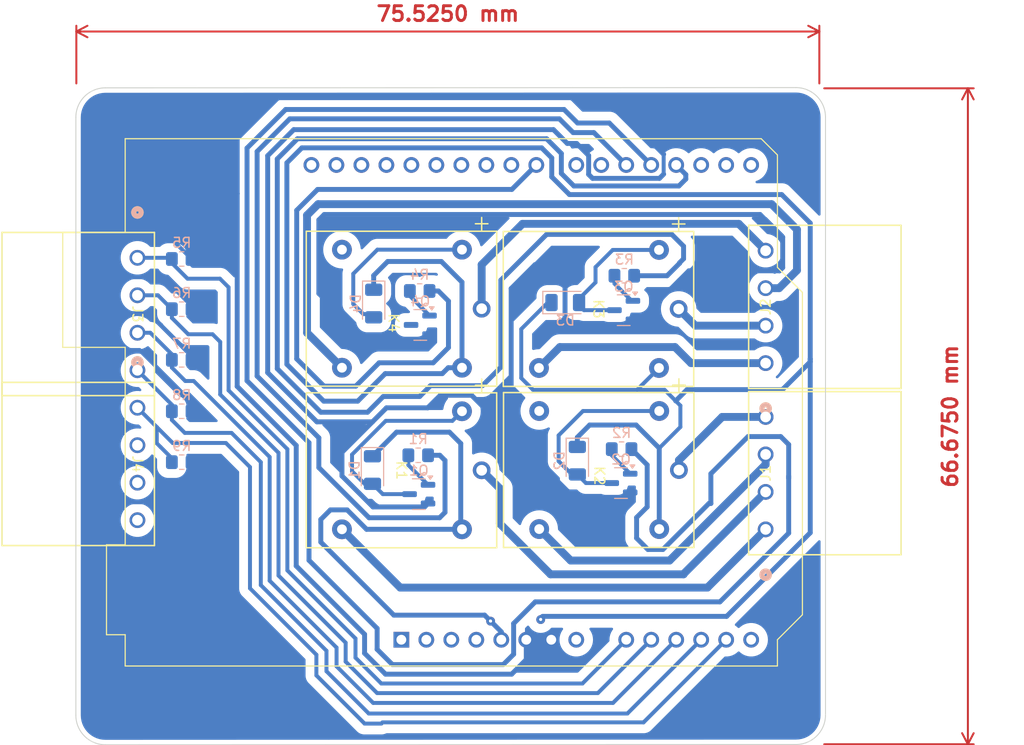
<source format=kicad_pcb>
(kicad_pcb (version 20240108) (generator "pcbnew") (generator_version "8.0")
  (layers (0 "F.Cu" signal) (31 "B.Cu" signal) (34 "B.Paste" user) (35 "F.Paste" user) (36 "B.SilkS" user "B.Silkscreen") (37 "F.SilkS" user "F.Silkscreen") (38 "B.Mask" user) (39 "F.Mask" user) (44 "Edge.Cuts" user))
  (net 0 "")
  (net 1 "Net-(D1-A)")
  (net 2 "5V")
  (net 3 "Net-(D2-A)")
  (net 4 "Net-(D3-A)")
  (net 5 "Net-(D4-A)")
  (net 6 "RNO1")
  (net 7 "COM1")
  (net 8 "RNO2")
  (net 10 "RNO3")
  (net 11 "RNO4")
  (net 13 "GND")
  (net 14 "Net-(Q1-B)")
  (net 15 "Net-(Q2-B)")
  (net 16 "Net-(Q3-B)")
  (net 17 "Net-(Q4-B)")
  (net 18 "OUT1")
  (net 19 "OUT2")
  (net 20 "OUT3")
  (net 21 "OUT4")
  (net 22 "COM2")
  (net 23 "COM4")
  (net 24 "COM3")
  (net 25 "ADC3")
  (net 26 "ADC2")
  (net 27 "ADC1")
  (net 28 "ADC0")
  (net 29 "ADC4")
  (footprint "aseli:CONN_WJ15EDGRC-3.81-4P_KAN" (layer "F.Cu") (at 102.2904 82.3831 90)
    (property "Reference" "J1" (at 5.715 0 90) (layer "F.SilkS"))
    (property "Value" "WJ15EDGRC-3.81-4P")
    (pad "1" thru_hole circle (at 0 0 90) (size 1.6002 1.6002) (drill 1.0922) (layers "*.Cu" "*.Mask") (net 6 "RNO1"))
    (pad "2" thru_hole circle (at 3.81 0 90) (size 1.6002 1.6002) (drill 1.0922) (layers "*.Cu" "*.Mask") (net 7 "COM1"))
    (pad "3" thru_hole circle (at 7.62 0 90) (size 1.6002 1.6002) (drill 1.0922) (layers "*.Cu" "*.Mask") (net 8 "RNO2"))
    (pad "4" thru_hole circle (at 11.43 0 90) (size 1.6002 1.6002) (drill 1.0922) (layers "*.Cu" "*.Mask") (net 22 "COM2"))
  )
  (footprint "aseli:CONN_WJ15EDGRC-3.81-4P_KAN" (layer "F.Cu") (at 102.2904 65.4831 90)
    (property "Reference" "J2" (at 5.715 0 90) (layer "F.SilkS"))
    (property "Value" "WJ15EDGRC-3.81-4P")
    (pad "1" thru_hole circle (at 0 0 90) (size 1.6002 1.6002) (drill 1.0922) (layers "*.Cu" "*.Mask") (net 10 "RNO3"))
    (pad "2" thru_hole circle (at 3.81 0 90) (size 1.6002 1.6002) (drill 1.0922) (layers "*.Cu" "*.Mask") (net 24 "COM3"))
    (pad "3" thru_hole circle (at 7.62 0 90) (size 1.6002 1.6002) (drill 1.0922) (layers "*.Cu" "*.Mask") (net 11 "RNO4"))
    (pad "4" thru_hole circle (at 11.43 0 90) (size 1.6002 1.6002) (drill 1.0922) (layers "*.Cu" "*.Mask") (net 23 "COM4"))
  )
  (footprint "aseli:CONN_WJ15EDGRC-3.81-4P_KAN" (layer "F.Cu") (at 38.4346 70.0169 -90)
    (property "Reference" "J4" (at 5.715 0 -90) (layer "F.SilkS"))
    (property "Value" "WJ15EDGRC-3.81-4P")
    (pad "1" thru_hole circle (at 0 0 270) (size 1.6002 1.6002) (drill 1.0922) (layers "*.Cu" "*.Mask") (net 29 "ADC4"))
    (pad "2" thru_hole circle (at 3.81 0 270) (size 1.6002 1.6002) (drill 1.0922) (layers "*.Cu" "*.Mask"))
    (pad "3" thru_hole circle (at 7.62 0 270) (size 1.6002 1.6002) (drill 1.0922) (layers "*.Cu" "*.Mask"))
    (pad "4" thru_hole circle (at 11.43 0 270) (size 1.6002 1.6002) (drill 1.0922) (layers "*.Cu" "*.Mask"))
  )
  (footprint "aseli:CONN_WJ15EDGRC-3.81-4P_KAN" (layer "F.Cu") (at 38.4346 54.7769 -90)
    (property "Reference" "J3" (at 5.715 0 -90) (layer "F.SilkS"))
    (property "Value" "WJ15EDGRC-3.81-4P")
    (pad "1" thru_hole circle (at 0 0 270) (size 1.6002 1.6002) (drill 1.0922) (layers "*.Cu" "*.Mask") (net 28 "ADC0"))
    (pad "2" thru_hole circle (at 3.81 0 270) (size 1.6002 1.6002) (drill 1.0922) (layers "*.Cu" "*.Mask") (net 27 "ADC1"))
    (pad "3" thru_hole circle (at 7.62 0 270) (size 1.6002 1.6002) (drill 1.0922) (layers "*.Cu" "*.Mask") (net 26 "ADC2"))
    (pad "4" thru_hole circle (at 11.43 0 270) (size 1.6002 1.6002) (drill 1.0922) (layers "*.Cu" "*.Mask") (net 25 "ADC3"))
  )
  (footprint "aseli:RELAY_SRD-05VDC-SL-C_MCE" (layer "F.Cu") (at 93.450799 59.975001 -90)
    (property "Reference" "K3" (at 0 8.1504 -90) (layer "F.SilkS"))
    (property "Value" "SRD-05VDC-SL-C")
    (pad "1" thru_hole circle (at 0 0 270) (size 1.8002 1.8002) (drill 1.0922) (layers "*.Cu" "*.Mask") (net 24 "COM3"))
    (pad "2" thru_hole circle (at -5.999999 2.000001 270) (size 2.005 2.005) (drill 0.997) (layers "*.Cu" "*.Mask") (net 4 "Net-(D3-A)"))
    (pad "4" thru_hole circle (at 5.999999 14.200799 270) (size 2.005 2.005) (drill 0.997) (layers "*.Cu" "*.Mask") (net 10 "RNO3"))
    (pad "5" thru_hole circle (at 5.999999 2.000001 270) (size 2.005 2.005) (drill 0.997) (layers "*.Cu" "*.Mask") (net 2 "5V"))
  )
  (footprint "Module:Arduino_UNO_R3" (layer "F.Cu") (at 65.26 45.6)
    (property "Reference" "A1" (hide yes))
    (property "Value" "Arduino_UNO_R3")
    (pad "1" thru_hole rect (at 0 48 270) (size 1.6 1.6) (drill 1) (layers "*.Cu" "*.Mask"))
    (pad "2" thru_hole oval (at 2.54 48 270) (size 1.6 1.6) (drill 1) (layers "*.Cu" "*.Mask"))
    (pad "3" thru_hole oval (at 5.08 48 270) (size 1.6 1.6) (drill 1) (layers "*.Cu" "*.Mask"))
    (pad "4" thru_hole oval (at 7.62 48 270) (size 1.6 1.6) (drill 1) (layers "*.Cu" "*.Mask"))
    (pad "5" thru_hole oval (at 10.16 48 270) (size 1.6 1.6) (drill 1) (layers "*.Cu" "*.Mask") (net 2 "5V"))
    (pad "6" thru_hole oval (at 12.7 48 270) (size 1.6 1.6) (drill 1) (layers "*.Cu" "*.Mask") (net 13 "GND"))
    (pad "7" thru_hole oval (at 15.24 48 270) (size 1.6 1.6) (drill 1) (layers "*.Cu" "*.Mask") (net 13 "GND"))
    (pad "8" thru_hole oval (at 17.78 48 270) (size 1.6 1.6) (drill 1) (layers "*.Cu" "*.Mask"))
    (pad "9" thru_hole oval (at 22.86 48 270) (size 1.6 1.6) (drill 1) (layers "*.Cu" "*.Mask") (net 28 "ADC0"))
    (pad "10" thru_hole oval (at 25.4 48 270) (size 1.6 1.6) (drill 1) (layers "*.Cu" "*.Mask") (net 27 "ADC1"))
    (pad "11" thru_hole oval (at 27.94 48 270) (size 1.6 1.6) (drill 1) (layers "*.Cu" "*.Mask") (net 26 "ADC2"))
    (pad "12" thru_hole oval (at 30.48 48 270) (size 1.6 1.6) (drill 1) (layers "*.Cu" "*.Mask") (net 25 "ADC3"))
    (pad "13" thru_hole oval (at 33.02 48 270) (size 1.6 1.6) (drill 1) (layers "*.Cu" "*.Mask") (net 29 "ADC4"))
    (pad "14" thru_hole oval (at 35.56 48 270) (size 1.6 1.6) (drill 1) (layers "*.Cu" "*.Mask"))
    (pad "15" thru_hole oval (at 35.56 -0.26 270) (size 1.6 1.6) (drill 1) (layers "*.Cu" "*.Mask"))
    (pad "16" thru_hole oval (at 33.02 -0.26 270) (size 1.6 1.6) (drill 1) (layers "*.Cu" "*.Mask"))
    (pad "17" thru_hole oval (at 30.48 -0.26 270) (size 1.6 1.6) (drill 1) (layers "*.Cu" "*.Mask"))
    (pad "18" thru_hole oval (at 27.94 -0.26 270) (size 1.6 1.6) (drill 1) (layers "*.Cu" "*.Mask") (net 20 "OUT3"))
    (pad "19" thru_hole oval (at 25.4 -0.26 270) (size 1.6 1.6) (drill 1) (layers "*.Cu" "*.Mask") (net 19 "OUT2"))
    (pad "20" thru_hole oval (at 22.86 -0.26 270) (size 1.6 1.6) (drill 1) (layers "*.Cu" "*.Mask") (net 18 "OUT1"))
    (pad "21" thru_hole oval (at 20.32 -0.26 270) (size 1.6 1.6) (drill 1) (layers "*.Cu" "*.Mask"))
    (pad "22" thru_hole oval (at 17.78 -0.26 270) (size 1.6 1.6) (drill 1) (layers "*.Cu" "*.Mask"))
    (pad "23" thru_hole oval (at 13.72 -0.26 270) (size 1.6 1.6) (drill 1) (layers "*.Cu" "*.Mask") (net 21 "OUT4"))
    (pad "24" thru_hole oval (at 11.18 -0.26 270) (size 1.6 1.6) (drill 1) (layers "*.Cu" "*.Mask"))
    (pad "25" thru_hole oval (at 8.64 -0.26 270) (size 1.6 1.6) (drill 1) (layers "*.Cu" "*.Mask"))
    (pad "26" thru_hole oval (at 6.1 -0.26 270) (size 1.6 1.6) (drill 1) (layers "*.Cu" "*.Mask"))
    (pad "27" thru_hole oval (at 3.56 -0.26 270) (size 1.6 1.6) (drill 1) (layers "*.Cu" "*.Mask"))
    (pad "28" thru_hole oval (at 1.02 -0.26 270) (size 1.6 1.6) (drill 1) (layers "*.Cu" "*.Mask"))
    (pad "29" thru_hole oval (at -1.52 -0.26 270) (size 1.6 1.6) (drill 1) (layers "*.Cu" "*.Mask"))
    (pad "30" thru_hole oval (at -4.06 -0.26 270) (size 1.6 1.6) (drill 1) (layers "*.Cu" "*.Mask"))
    (pad "31" thru_hole oval (at -6.6 -0.26 270) (size 1.6 1.6) (drill 1) (layers "*.Cu" "*.Mask"))
    (pad "32" thru_hole oval (at -9.14 -0.26 270) (size 1.6 1.6) (drill 1) (layers "*.Cu" "*.Mask"))
  )
  (footprint "aseli:RELAY_SRD-05VDC-SL-C_MCE" (layer "F.Cu") (at 73.425799 76.375001 -90)
    (property "Reference" "K1" (at 0 8.1504 -90) (layer "F.SilkS"))
    (property "Value" "SRD-05VDC-SL-C")
    (pad "1" thru_hole circle (at 0 0 270) (size 1.8002 1.8002) (drill 1.0922) (layers "*.Cu" "*.Mask") (net 7 "COM1"))
    (pad "2" thru_hole circle (at -5.999999 2.000001 270) (size 2.005 2.005) (drill 0.997) (layers "*.Cu" "*.Mask") (net 1 "Net-(D1-A)"))
    (pad "4" thru_hole circle (at 5.999999 14.200799 270) (size 2.005 2.005) (drill 0.997) (layers "*.Cu" "*.Mask") (net 6 "RNO1"))
    (pad "5" thru_hole circle (at 5.999999 2.000001 270) (size 2.005 2.005) (drill 0.997) (layers "*.Cu" "*.Mask") (net 2 "5V"))
  )
  (footprint "aseli:RELAY_SRD-05VDC-SL-C_MCE" (layer "F.Cu") (at 73.425799 59.950001 -90)
    (property "Reference" "K4" (at 1.45 8.9504 -90) (layer "F.SilkS"))
    (property "Value" "SRD-05VDC-SL-C")
    (pad "1" thru_hole circle (at 0 0 270) (size 1.8002 1.8002) (drill 1.0922) (layers "*.Cu" "*.Mask") (net 23 "COM4"))
    (pad "2" thru_hole circle (at -5.999999 2.000001 270) (size 2.005 2.005) (drill 0.997) (layers "*.Cu" "*.Mask") (net 5 "Net-(D4-A)"))
    (pad "3" thru_hole circle (at -5.999999 14.200799 270) (size 2.005 2.005) (drill 0.997) (layers "*.Cu" "*.Mask"))
    (pad "4" thru_hole circle (at 5.999999 14.200799 270) (size 2.005 2.005) (drill 0.997) (layers "*.Cu" "*.Mask") (net 11 "RNO4"))
    (pad "5" thru_hole circle (at 5.999999 2.000001 270) (size 2.005 2.005) (drill 0.997) (layers "*.Cu" "*.Mask") (net 2 "5V"))
  )
  (footprint "aseli:RELAY_SRD-05VDC-SL-C_MCE" (layer "F.Cu") (at 93.475799 76.349999 -90)
    (property "Reference" "K2" (at 0.575 8.0754 -90) (layer "F.SilkS"))
    (property "Value" "SRD-05VDC-SL-C")
    (pad "1" thru_hole circle (at 0 0 270) (size 1.8002 1.8002) (drill 1.0922) (layers "*.Cu" "*.Mask") (net 22 "COM2"))
    (pad "2" thru_hole circle (at -5.999999 2.000001 270) (size 2.005 2.005) (drill 0.997) (layers "*.Cu" "*.Mask") (net 3 "Net-(D2-A)"))
    (pad "3" thru_hole circle (at -5.999999 14.200799 270) (size 2.005 2.005) (drill 0.997) (layers "*.Cu" "*.Mask"))
    (pad "4" thru_hole circle (at 5.999999 14.200799 270) (size 2.005 2.005) (drill 0.997) (layers "*.Cu" "*.Mask") (net 8 "RNO2"))
    (pad "5" thru_hole circle (at 5.999999 2.000001 270) (size 2.005 2.005) (drill 0.997) (layers "*.Cu" "*.Mask") (net 2 "5V"))
  )
  (footprint "Resistor_SMD:R_0805_2012Metric_Pad1.20x1.40mm_HandSolder" (layer "B.Cu") (at 87.925 56.6 180)
    (property "Reference" "R3" (at 0 1.65 0) (layer "B.SilkS") (effects (justify mirror)))
    (property "Value" "R10k")
    (pad "1" smd roundrect (at -1 0 180) (size 1.2 1.4) (layers "B.Cu" "B.Paste" "B.Mask") (roundrect_rratio 0.208333) (net 20 "OUT3"))
    (pad "2" smd roundrect (at 1 0 180) (size 1.2 1.4) (layers "B.Cu" "B.Paste" "B.Mask") (roundrect_rratio 0.208333) (net 16 "Net-(Q3-B)"))
  )
  (footprint "Resistor_SMD:R_0805_2012Metric_Pad1.20x1.40mm_HandSolder" (layer "B.Cu") (at 42.9346 65.15 180)
    (property "Reference" "R7" (at 0 1.65 0) (layer "B.SilkS") (effects (justify mirror)))
    (property "Value" "R10k")
    (pad "1" smd roundrect (at -1 0 180) (size 1.2 1.4) (layers "B.Cu" "B.Paste" "B.Mask") (roundrect_rratio 0.208333) (net 13 "GND"))
    (pad "2" smd roundrect (at 1 0 180) (size 1.2 1.4) (layers "B.Cu" "B.Paste" "B.Mask") (roundrect_rratio 0.208333) (net 26 "ADC2"))
  )
  (footprint "Resistor_SMD:R_0805_2012Metric_Pad1.20x1.40mm_HandSolder" (layer "B.Cu") (at 42.9346 75.55 180)
    (property "Reference" "R9" (at 0 1.65 0) (layer "B.SilkS") (effects (justify mirror)))
    (property "Value" "R10k")
    (pad "1" smd roundrect (at -1 0 180) (size 1.2 1.4) (layers "B.Cu" "B.Paste" "B.Mask") (roundrect_rratio 0.208333) (net 13 "GND"))
    (pad "2" smd roundrect (at 1 0 180) (size 1.2 1.4) (layers "B.Cu" "B.Paste" "B.Mask") (roundrect_rratio 0.208333) (net 29 "ADC4"))
  )
  (footprint "Package_TO_SOT_SMD:SOT-23" (layer "B.Cu") (at 67.1875 61.6 180)
    (property "Reference" "Q4" (at 0 2.4 0) (layer "B.SilkS") (effects (justify mirror)))
    (property "Value" "SS8050")
    (pad "1" smd roundrect (at -0.9375 0.95 180) (size 1.475 0.6) (layers "B.Cu" "B.Paste" "B.Mask") (net 17 "Net-(Q4-B)"))
    (pad "2" smd roundrect (at -0.9375 -0.95 180) (size 1.475 0.6) (layers "B.Cu" "B.Paste" "B.Mask") (net 13 "GND"))
    (pad "3" smd roundrect (at 0.9375 0 180) (size 1.475 0.6) (layers "B.Cu" "B.Paste" "B.Mask") (net 5 "Net-(D4-A)"))
  )
  (footprint "Package_TO_SOT_SMD:SOT-23" (layer "B.Cu") (at 87.8625 60.1 180)
    (property "Reference" "Q3" (at 0 2.4 0) (layer "B.SilkS") (effects (justify mirror)))
    (property "Value" "SS8050")
    (pad "1" smd roundrect (at -0.9375 0.95 180) (size 1.475 0.6) (layers "B.Cu" "B.Paste" "B.Mask") (net 16 "Net-(Q3-B)"))
    (pad "2" smd roundrect (at -0.9375 -0.95 180) (size 1.475 0.6) (layers "B.Cu" "B.Paste" "B.Mask") (net 13 "GND"))
    (pad "3" smd roundrect (at 0.9375 0 180) (size 1.475 0.6) (layers "B.Cu" "B.Paste" "B.Mask") (net 4 "Net-(D3-A)"))
  )
  (footprint "Diode_SMD:D_1206_3216Metric" (layer "B.Cu") (at 62.45 59.425 -90)
    (property "Reference" "D4" (at 0 1.82 90) (layer "B.SilkS") (effects (justify mirror)))
    (property "Value" "1N4148")
    (pad "1" smd roundrect (at -1.4 0 270) (size 1.25 1.75) (layers "B.Cu" "B.Paste" "B.Mask") (roundrect_rratio 0.2) (net 2 "5V"))
    (pad "2" smd roundrect (at 1.4 0 270) (size 1.25 1.75) (layers "B.Cu" "B.Paste" "B.Mask") (roundrect_rratio 0.2) (net 5 "Net-(D4-A)"))
  )
  (footprint "Package_TO_SOT_SMD:SOT-23" (layer "B.Cu") (at 87.5875 77.675 180)
    (property "Reference" "Q2" (at 0 2.4 0) (layer "B.SilkS") (effects (justify mirror)))
    (property "Value" "SS8050")
    (pad "1" smd roundrect (at -0.9375 0.95 180) (size 1.475 0.6) (layers "B.Cu" "B.Paste" "B.Mask") (net 15 "Net-(Q2-B)"))
    (pad "2" smd roundrect (at -0.9375 -0.95 180) (size 1.475 0.6) (layers "B.Cu" "B.Paste" "B.Mask") (net 13 "GND"))
    (pad "3" smd roundrect (at 0.9375 0 180) (size 1.475 0.6) (layers "B.Cu" "B.Paste" "B.Mask") (net 3 "Net-(D2-A)"))
  )
  (footprint "Resistor_SMD:R_0805_2012Metric_Pad1.20x1.40mm_HandSolder" (layer "B.Cu") (at 42.9346 54.8969 180)
    (property "Reference" "R5" (at 0 1.65 0) (layer "B.SilkS") (effects (justify mirror)))
    (property "Value" "R10k")
    (pad "1" smd roundrect (at -1 0 180) (size 1.2 1.4) (layers "B.Cu" "B.Paste" "B.Mask") (roundrect_rratio 0.208333) (net 13 "GND"))
    (pad "2" smd roundrect (at 1 0 180) (size 1.2 1.4) (layers "B.Cu" "B.Paste" "B.Mask") (roundrect_rratio 0.208333) (net 28 "ADC0"))
  )
  (footprint "Resistor_SMD:R_0805_2012Metric_Pad1.20x1.40mm_HandSolder" (layer "B.Cu") (at 67.125 58.15 180)
    (property "Reference" "R4" (at 0 1.65 0) (layer "B.SilkS") (effects (justify mirror)))
    (property "Value" "R10k")
    (pad "1" smd roundrect (at -1 0 180) (size 1.2 1.4) (layers "B.Cu" "B.Paste" "B.Mask") (roundrect_rratio 0.208333) (net 21 "OUT4"))
    (pad "2" smd roundrect (at 1 0 180) (size 1.2 1.4) (layers "B.Cu" "B.Paste" "B.Mask") (roundrect_rratio 0.208333) (net 17 "Net-(Q4-B)"))
  )
  (footprint "Resistor_SMD:R_0805_2012Metric_Pad1.20x1.40mm_HandSolder" (layer "B.Cu") (at 66.975 74.85 180)
    (property "Reference" "R1" (at 0 1.65 0) (layer "B.SilkS") (effects (justify mirror)))
    (property "Value" "R10k")
    (pad "1" smd roundrect (at -1 0 180) (size 1.2 1.4) (layers "B.Cu" "B.Paste" "B.Mask") (roundrect_rratio 0.208333) (net 18 "OUT1"))
    (pad "2" smd roundrect (at 1 0 180) (size 1.2 1.4) (layers "B.Cu" "B.Paste" "B.Mask") (roundrect_rratio 0.208333) (net 14 "Net-(Q1-B)"))
  )
  (footprint "Resistor_SMD:R_0805_2012Metric_Pad1.20x1.40mm_HandSolder" (layer "B.Cu") (at 87.65 74.225 180)
    (property "Reference" "R2" (at 0 1.65 0) (layer "B.SilkS") (effects (justify mirror)))
    (property "Value" "R10k")
    (pad "1" smd roundrect (at -1 0 180) (size 1.2 1.4) (layers "B.Cu" "B.Paste" "B.Mask") (roundrect_rratio 0.208333) (net 19 "OUT2"))
    (pad "2" smd roundrect (at 1 0 180) (size 1.2 1.4) (layers "B.Cu" "B.Paste" "B.Mask") (roundrect_rratio 0.208333) (net 15 "Net-(Q2-B)"))
  )
  (footprint "Package_TO_SOT_SMD:SOT-23" (layer "B.Cu") (at 67.0375 78.8 180)
    (property "Reference" "Q1" (at 0 2.4 0) (layer "B.SilkS") (effects (justify mirror)))
    (property "Value" "SS8050")
    (pad "1" smd roundrect (at -0.9375 0.95 180) (size 1.475 0.6) (layers "B.Cu" "B.Paste" "B.Mask") (net 14 "Net-(Q1-B)"))
    (pad "2" smd roundrect (at -0.9375 -0.95 180) (size 1.475 0.6) (layers "B.Cu" "B.Paste" "B.Mask") (net 13 "GND"))
    (pad "3" smd roundrect (at 0.9375 0 180) (size 1.475 0.6) (layers "B.Cu" "B.Paste" "B.Mask") (net 1 "Net-(D1-A)"))
  )
  (footprint "Resistor_SMD:R_0805_2012Metric_Pad1.20x1.40mm_HandSolder" (layer "B.Cu") (at 42.9346 70.375 180)
    (property "Reference" "R8" (at 0 1.65 0) (layer "B.SilkS") (effects (justify mirror)))
    (property "Value" "R10k")
    (pad "1" smd roundrect (at -1 0 180) (size 1.2 1.4) (layers "B.Cu" "B.Paste" "B.Mask") (roundrect_rratio 0.208333) (net 13 "GND"))
    (pad "2" smd roundrect (at 1 0 180) (size 1.2 1.4) (layers "B.Cu" "B.Paste" "B.Mask") (roundrect_rratio 0.208333) (net 25 "ADC3"))
  )
  (footprint "Diode_SMD:D_1206_3216Metric" (layer "B.Cu") (at 81.925 59.325)
    (property "Reference" "D3" (at 0 1.82 0) (layer "B.SilkS") (effects (justify mirror)))
    (property "Value" "1N4148")
    (pad "1" smd roundrect (at -1.4 0) (size 1.25 1.75) (layers "B.Cu" "B.Paste" "B.Mask") (roundrect_rratio 0.2) (net 2 "5V"))
    (pad "2" smd roundrect (at 1.4 0) (size 1.25 1.75) (layers "B.Cu" "B.Paste" "B.Mask") (roundrect_rratio 0.2) (net 4 "Net-(D3-A)"))
  )
  (footprint "Diode_SMD:D_1206_3216Metric" (layer "B.Cu") (at 62.325 76.35 -90)
    (property "Reference" "D1" (at 0 1.82 90) (layer "B.SilkS") (effects (justify mirror)))
    (property "Value" "1N4148")
    (pad "1" smd roundrect (at -1.4 0 270) (size 1.25 1.75) (layers "B.Cu" "B.Paste" "B.Mask") (roundrect_rratio 0.2) (net 2 "5V"))
    (pad "2" smd roundrect (at 1.4 0 270) (size 1.25 1.75) (layers "B.Cu" "B.Paste" "B.Mask") (roundrect_rratio 0.2) (net 1 "Net-(D1-A)"))
  )
  (footprint "Resistor_SMD:R_0805_2012Metric_Pad1.20x1.40mm_HandSolder" (layer "B.Cu") (at 42.9346 60 180)
    (property "Reference" "R6" (at 0 1.65 0) (layer "B.SilkS") (effects (justify mirror)))
    (property "Value" "R10k")
    (pad "1" smd roundrect (at -1 0 180) (size 1.2 1.4) (layers "B.Cu" "B.Paste" "B.Mask") (roundrect_rratio 0.208333) (net 13 "GND"))
    (pad "2" smd roundrect (at 1 0 180) (size 1.2 1.4) (layers "B.Cu" "B.Paste" "B.Mask") (roundrect_rratio 0.208333) (net 27 "ADC1"))
  )
  (footprint "Diode_SMD:D_1206_3216Metric" (layer "B.Cu") (at 83.15 75.4 -90)
    (property "Reference" "D2" (at 0 1.82 90) (layer "B.SilkS") (effects (justify mirror)))
    (property "Value" "1N4148")
    (pad "1" smd roundrect (at -1.4 0 270) (size 1.25 1.75) (layers "B.Cu" "B.Paste" "B.Mask") (roundrect_rratio 0.2) (net 2 "5V"))
    (pad "2" smd roundrect (at 1.4 0 270) (size 1.25 1.75) (layers "B.Cu" "B.Paste" "B.Mask") (roundrect_rratio 0.2) (net 3 "Net-(D2-A)"))
  )
  (gr_line (start 108.375 40.3875) (end 108.375 101.1625) (stroke (width 0.1)) (layer "Edge.Cuts"))
  (gr_line (start 105.375 104.25) (end 35.175 104.275) (stroke (width 0.1)) (layer "Edge.Cuts"))
  (gr_arc (start 35.175 104.275) (mid 33.05368 103.39632) (end 32.175 101.275) (stroke (width 0.1)) (layer "Edge.Cuts"))
  (gr_arc (start 32.175 40.5) (mid 33.05368 38.37868) (end 35.175 37.5) (stroke (width 0.1)) (layer "Edge.Cuts"))
  (gr_line (start 32.175 101.275) (end 32.175 40.5) (stroke (width 0.1)) (layer "Edge.Cuts"))
  (gr_arc (start 108.375 101.25) (mid 107.49632 103.37132) (end 105.375 104.25) (stroke (width 0.1)) (layer "Edge.Cuts"))
  (gr_line (start 35.175 37.5) (end 105.375 37.475) (stroke (width 0.1)) (layer "Edge.Cuts"))
  (gr_arc (start 105.375 37.475) (mid 107.49632 38.35368) (end 108.375 40.475) (stroke (width 0.1)) (layer "Edge.Cuts"))
  (dimension (type aligned) (layer "F.Cu") (pts (xy 107.75 37.55) (xy 107.75 104.225)) (height -15.1) (gr_text "66,6750 mm" (at 121.05 70.8875 90) (layer "F.Cu") (effects (font (size 1.5 1.5) (thickness 0.3)))) (format (prefix "") (suffix "") (units 3) (units_format 1) (precision 4)) (style (thickness 0.2) (arrow_length 1.27) (text_position_mode 0) (extension_height 0.58642) (extension_offset 0.5) keep_text_aligned))
  (dimension (type aligned) (layer "F.Cu") (pts (xy 32.225 37.55) (xy 107.75 37.55)) (height -5.775) (gr_text "75,5250 mm" (at 69.9875 29.975 0) (layer "F.Cu") (effects (font (size 1.5 1.5) (thickness 0.3)))) (format (prefix "") (suffix "") (units 3) (units_format 1) (precision 4)) (style (thickness 0.2) (arrow_length 1.27) (text_position_mode 0) (extension_height 0.58642) (extension_offset 0.5) keep_text_aligned))
  (segment (start 60.25 76.475) (end 61.525 77.75) (width 0.4) (layer "B.Cu") (net 1))
  (segment (start 70.4508 71.35) (end 63.675 71.35) (width 0.4) (layer "B.Cu") (net 1))
  (segment (start 63.675 71.35) (end 60.25 74.775) (width 0.4) (layer "B.Cu") (net 1))
  (segment (start 71.425798 70.375002) (end 70.4508 71.35) (width 0.4) (layer "B.Cu") (net 1))
  (segment (start 63.375 78.8) (end 62.325 77.75) (width 0.4) (layer "B.Cu") (net 1))
  (segment (start 60.25 74.775) (end 60.25 76.475) (width 0.4) (layer "B.Cu") (net 1))
  (segment (start 61.525 77.75) (end 62.325 77.75) (width 0.4) (layer "B.Cu") (net 1))
  (segment (start 66.1 78.8) (end 63.375 78.8) (width 0.4) (layer "B.Cu") (net 1))
  (via (at 79.425 91.55) (size 0.9) (drill 0.3) (layers "F.Cu" "B.Cu") (net 2))
  (via (at 79.425 91.525) (size 0.6) (drill 0.3) (layers "F.Cu" "B.Cu") (net 2))
  (via (at 74.3375 91.7125) (size 0.9) (drill 0.3) (layers "F.Cu" "B.Cu") (net 2))
  (via (at 74.3125 91.6875) (size 0.6) (drill 0.3) (layers "F.Cu" "B.Cu") (net 2))
  (segment (start 89.225798 68.2) (end 78.65 68.2) (width 0.4) (layer "B.Cu") (net 2))
  (segment (start 79.425 91.525) (end 79.425 91.55) (width 0.5) (layer "B.Cu") (net 2))
  (segment (start 57.375 69.35) (end 53.625 65.6) (width 0.5) (layer "B.Cu") (net 2))
  (segment (start 106.825 65.05) (end 106.825 65.35) (width 0.5) (layer "B.Cu") (net 2))
  (segment (start 62.45 56.575) (end 63.875 55.15) (width 0.5) (layer "B.Cu") (net 2))
  (segment (start 53.625 45.125) (end 55.15 43.6) (width 0.5) (layer "B.Cu") (net 2))
  (segment (start 89.125 71.775) (end 91.475798 74.125798) (width 0.5) (layer "B.Cu") (net 2))
  (segment (start 70.15 72.5) (end 64.775 72.5) (width 0.5) (layer "B.Cu") (net 2))
  (segment (start 63.875 55.15) (end 69.325 55.15) (width 0.5) (layer "B.Cu") (net 2))
  (segment (start 98.325 91.225) (end 106.825 82.725) (width 0.5) (layer "B.Cu") (net 2))
  (segment (start 106.825 82.725) (end 106.825 65.05) (width 0.5) (layer "B.Cu") (net 2))
  (segment (start 78.65 68.2) (end 77.45 67) (width 0.4) (layer "B.Cu") (net 2))
  (segment (start 69.425 66.55) (end 63.625 66.55) (width 0.5) (layer "B.Cu") (net 2))
  (segment (start 94.3 68.175) (end 93.15 69.325) (width 0.5) (layer "B.Cu") (net 2))
  (segment (start 64.775 72.5) (end 62.325 74.95) (width 0.5) (layer "B.Cu") (net 2))
  (segment (start 75.42 92.795) (end 75.42 93.6) (width 0.5) (layer "B.Cu") (net 2))
  (segment (start 71.425798 65.95) (end 70.025 65.95) (width 0.5) (layer "B.Cu") (net 2))
  (segment (start 60.825 69.35) (end 57.375 69.35) (width 0.5) (layer "B.Cu") (net 2))
  (segment (start 71.425798 82.375) (end 61.725 82.375) (width 0.5) (layer "B.Cu") (net 2))
  (segment (start 70.025 65.95) (end 69.425 66.55) (width 0.5) (layer "B.Cu") (net 2))
  (segment (start 80.15 59.325) (end 80.525 59.325) (width 0.4) (layer "B.Cu") (net 2))
  (segment (start 63.625 66.55) (end 60.825 69.35) (width 0.5) (layer "B.Cu") (net 2))
  (segment (start 106.825 65.35) (end 104 68.175) (width 0.5) (layer "B.Cu") (net 2))
  (segment (start 104 68.175) (end 94.3 68.175) (width 0.5) (layer "B.Cu") (net 2))
  (segment (start 71.425798 57.250798) (end 71.425798 65.95) (width 0.5) (layer "B.Cu") (net 2))
  (segment (start 93.625 69.8) (end 93.625 71.976596) (width 0.4) (layer "B.Cu") (net 2))
  (segment (start 57.075 81.375) (end 57.075 83.675) (width 0.5) (layer "B.Cu") (net 2))
  (segment (start 84.4 71.775) (end 89.125 71.775) (width 0.5) (layer "B.Cu") (net 2))
  (segment (start 77.45 62.025) (end 80.15 59.325) (width 0.4) (layer "B.Cu") (net 2))
  (segment (start 74.3375 91.7125) (end 75.42 92.795) (width 0.5) (layer "B.Cu") (net 2))
  (segment (start 79.525 43.6) (end 80.55 44.625) (width 0.5) (layer "B.Cu") (net 2))
  (segment (start 73.725 91.1) (end 74.3125 91.6875) (width 0.5) (layer "B.Cu") (net 2))
  (segment (start 79.625 91.225) (end 98.325 91.225) (width 0.5) (layer "B.Cu") (net 2))
  (segment (start 89.700798 67.725) (end 91.450798 65.975) (width 0.4) (layer "B.Cu") (net 2))
  (segment (start 71.3 82.249202) (end 71.3 73.65) (width 0.5) (layer "B.Cu") (net 2))
  (segment (start 93.625 71.976596) (end 91.475798 74.125798) (width 0.4) (layer "B.Cu") (net 2))
  (segment (start 103.925 48.35) (end 106.825 51.25) (width 0.5) (layer "B.Cu") (net 2))
  (segment (start 79.425 91.425) (end 79.625 91.225) (width 0.5) (layer "B.Cu") (net 2))
  (segment (start 80.55 46.55) (end 82.35 48.35) (width 0.5) (layer "B.Cu") (net 2))
  (segment (start 77.45 67) (end 77.45 62.025) (width 0.4) (layer "B.Cu") (net 2))
  (segment (start 91.475798 74.125798) (end 91.475798 82.349998) (width 0.5) (layer "B.Cu") (net 2))
  (segment (start 83.15 74) (end 83.15 73.025) (width 0.5) (layer "B.Cu") (net 2))
  (segment (start 62.45 58.025) (end 62.45 56.575) (width 0.5) (layer "B.Cu") (net 2))
  (segment (start 93.15 69.325) (end 92.025 68.2) (width 0.4) (layer "B.Cu") (net 2))
  (segment (start 80.55 44.625) (end 80.55 46.55) (width 0.5) (layer "B.Cu") (net 2))
  (segment (start 83.15 73.025) (end 84.4 71.775) (width 0.5) (layer "B.Cu") (net 2))
  (segment (start 59.75 80.4) (end 58.05 80.4) (width 0.5) (layer "B.Cu") (net 2))
  (segment (start 57.075 83.675) (end 64.5 91.1) (width 0.5) (layer "B.Cu") (net 2))
  (segment (start 71.425798 82.375) (end 71.3 82.249202) (width 0.5) (layer "B.Cu") (net 2))
  (segment (start 69.325 55.15) (end 71.425798 57.250798) (width 0.5) (layer "B.Cu") (net 2))
  (segment (start 82.35 48.35) (end 103.925 48.35) (width 0.5) (layer "B.Cu") (net 2))
  (segment (start 64.5 91.1) (end 73.725 91.1) (width 0.5) (layer "B.Cu") (net 2))
  (segment (start 55.15 43.6) (end 79.525 43.6) (width 0.5) (layer "B.Cu") (net 2))
  (segment (start 89.700798 67.725) (end 89.225798 68.2) (width 0.4) (layer "B.Cu") (net 2))
  (segment (start 71.3 73.65) (end 70.15 72.5) (width 0.5) (layer "B.Cu") (net 2))
  (segment (start 58.05 80.4) (end 57.075 81.375) (width 0.5) (layer "B.Cu") (net 2))
  (segment (start 93.15 69.325) (end 93.625 69.8) (width 0.4) (layer "B.Cu") (net 2))
  (segment (start 53.625 65.6) (end 53.625 45.125) (width 0.5) (layer "B.Cu") (net 2))
  (segment (start 106.825 51.25) (end 106.825 65.05) (width 0.5) (layer "B.Cu") (net 2))
  (segment (start 61.725 82.375) (end 59.75 80.4) (width 0.5) (layer "B.Cu") (net 2))
  (segment (start 79.425 91.525) (end 79.425 91.425) (width 0.5) (layer "B.Cu") (net 2))
  (segment (start 92.025 68.2) (end 89.225798 68.2) (width 0.4) (layer "B.Cu") (net 2))
  (segment (start 74.3125 91.6875) (end 74.3375 91.7125) (width 0.5) (layer "B.Cu") (net 2))
  (segment (start 83.15 76.8) (end 82.6 76.8) (width 0.4) (layer "B.Cu") (net 3))
  (segment (start 81.25 72.825) (end 83.725 70.35) (width 0.4) (layer "B.Cu") (net 3))
  (segment (start 81.25 75.45) (end 81.25 72.825) (width 0.4) (layer "B.Cu") (net 3))
  (segment (start 83.15 76.8) (end 82.45 76.8) (width 0.4) (layer "B.Cu") (net 3))
  (segment (start 87.125 77.675) (end 84.025 77.675) (width 0.4) (layer "B.Cu") (net 3))
  (segment (start 83.725 70.35) (end 91.475798 70.35) (width 0.4) (layer "B.Cu") (net 3))
  (segment (start 82.6 76.8) (end 81.25 75.45) (width 0.4) (layer "B.Cu") (net 3))
  (segment (start 84.025 77.675) (end 83.15 76.8) (width 0.4) (layer "B.Cu") (net 3))
  (segment (start 91.450798 53.975002) (end 86.749998 53.975002) (width 0.4) (layer "B.Cu") (net 4))
  (segment (start 86.925 60.1) (end 83.825 60.1) (width 0.4) (layer "B.Cu") (net 4))
  (segment (start 85 55.725) (end 85 57.275) (width 0.4) (layer "B.Cu") (net 4))
  (segment (start 85 57.275) (end 83 59.275) (width 0.4) (layer "B.Cu") (net 4))
  (segment (start 83.825 60.1) (end 83 59.275) (width 0.4) (layer "B.Cu") (net 4))
  (segment (start 86.749998 53.975002) (end 85 55.725) (width 0.4) (layer "B.Cu") (net 4))
  (segment (start 62.824998 53.950002) (end 60.375 56.4) (width 0.4) (layer "B.Cu") (net 5))
  (segment (start 62.15 60.875) (end 62.05 60.875) (width 0.4) (layer "B.Cu") (net 5))
  (segment (start 71.425798 53.950002) (end 62.824998 53.950002) (width 0.4) (layer "B.Cu") (net 5))
  (segment (start 62.125 60.5) (end 62.45 60.825) (width 0.4) (layer "B.Cu") (net 5))
  (segment (start 60.375 56.4) (end 60.375 59.475) (width 0.4) (layer "B.Cu") (net 5))
  (segment (start 60.375 59.475) (end 61.4 60.5) (width 0.4) (layer "B.Cu") (net 5))
  (segment (start 61.4 60.5) (end 62.125 60.5) (width 0.4) (layer "B.Cu") (net 5))
  (segment (start 96.3735 88.3) (end 102.2904 82.3831) (width 0.8) (layer "B.Cu") (net 6))
  (segment (start 59.225 82.375) (end 65.15 88.3) (width 0.8) (layer "B.Cu") (net 6))
  (segment (start 65.15 88.3) (end 96.3735 88.3) (width 0.8) (layer "B.Cu") (net 6))
  (segment (start 93.95 86.95) (end 93.95 86.9135) (width 0.8) (layer "B.Cu") (net 7))
  (segment (start 93.95 86.9135) (end 102.2904 78.5731) (width 0.8) (layer "B.Cu") (net 7))
  (segment (start 73.425799 76.375001) (end 75.275 78.224202) (width 0.8) (layer "B.Cu") (net 7))
  (segment (start 75.275 78.224202) (end 75.275 81.8) (width 0.8) (layer "B.Cu") (net 7))
  (segment (start 75.275 81.8) (end 80.425 86.95) (width 0.8) (layer "B.Cu") (net 7))
  (segment (start 80.425 86.95) (end 93.95 86.95) (width 0.8) (layer "B.Cu") (net 7))
  (segment (start 102.2904 75.7846) (end 102.2904 74.7631) (width 0.8) (layer "B.Cu") (net 8))
  (segment (start 92.525 85.55) (end 102.2904 75.7846) (width 0.8) (layer "B.Cu") (net 8))
  (segment (start 79.275 82.349998) (end 82.475002 85.55) (width 0.8) (layer "B.Cu") (net 8))
  (segment (start 82.475002 85.55) (end 92.525 85.55) (width 0.8) (layer "B.Cu") (net 8))
  (segment (start 79.25 65.975) (end 81.375 63.85) (width 0.8) (layer "B.Cu") (net 10))
  (segment (start 93.075 63.85) (end 94.7081 65.4831) (width 0.8) (layer "B.Cu") (net 10))
  (segment (start 94.7081 65.4831) (end 102.2904 65.4831) (width 0.8) (layer "B.Cu") (net 10))
  (segment (start 81.375 63.85) (end 93.075 63.85) (width 0.8) (layer "B.Cu") (net 10))
  (segment (start 55.675 50.45) (end 56.8 49.325) (width 0.8) (layer "B.Cu") (net 11))
  (segment (start 102.9 49.325) (end 105.475 51.9) (width 0.8) (layer "B.Cu") (net 11))
  (segment (start 56.8 49.325) (end 102.9 49.325) (width 0.8) (layer "B.Cu") (net 11))
  (segment (start 105.475 51.9) (end 105.475 56.05) (width 0.8) (layer "B.Cu") (net 11))
  (segment (start 105.475 56.05) (end 103.6619 57.8631) (width 0.8) (layer "B.Cu") (net 11))
  (segment (start 103.6619 57.8631) (end 102.2904 57.8631) (width 0.8) (layer "B.Cu") (net 11))
  (segment (start 55.675 62.4) (end 55.675 50.45) (width 0.8) (layer "B.Cu") (net 11))
  (segment (start 59.225 65.95) (end 55.675 62.4) (width 0.8) (layer "B.Cu") (net 11))
  (segment (start 59.225 76.95) (end 62.375 80.1) (width 0.5) (layer "B.Cu") (net 13))
  (segment (start 68.125 62.55) (end 66.825 63.85) (width 0.5) (layer "B.Cu") (net 13))
  (segment (start 84.7 46.7) (end 91.5 46.7) (width 0.5) (layer "B.Cu") (net 13))
  (segment (start 57.425 50.375) (end 101.725 50.375) (width 0.5) (layer "B.Cu") (net 13))
  (segment (start 76.425 72.775) (end 73.925 70.275) (width 0.5) (layer "B.Cu") (net 13))
  (segment (start 87.6 79.55) (end 83.2 79.55) (width 0.5) (layer "B.Cu") (net 13))
  (segment (start 56.875 58.4) (end 56.875 50.925) (width 0.5) (layer "B.Cu") (net 13))
  (segment (start 54.325 41.75) (end 80.725 41.75) (width 0.5) (layer "B.Cu") (net 13))
  (segment (start 38.65 64.15) (end 37.025 64.15) (width 0.4) (layer "B.Cu") (net 13))
  (segment (start 76.425 57.9) (end 76.425 72.775) (width 0.5) (layer "B.Cu") (net 13))
  (segment (start 54.575 86.1) (end 61.525 93.05) (width 0.5) (layer "B.Cu") (net 13))
  (segment (start 41.025 56.75) (end 37.625 56.75) (width 0.4) (layer "B.Cu") (net 13))
  (segment (start 45.325 51.5) (end 38.625 51.5) (width 0.5) (layer "B.Cu") (net 13))
  (segment (start 44.2531 54.8969) (end 43.9346 54.8969) (width 0.4) (layer "B.Cu") (net 13))
  (segment (start 84.3 44.375) (end 84.3 46.3) (width 0.5) (layer "B.Cu") (net 13))
  (segment (start 89.537499 61.05) (end 88.8 61.05) (width 0.5) (layer "B.Cu") (net 13))
  (segment (start 43.9346 65.15) (end 43.9346 64.7846) (width 0.4) (layer "B.Cu") (net 13))
  (segment (start 36.1 55.225) (end 36.1 55.125) (width 0.4) (layer "B.Cu") (net 13))
  (segment (start 61.525 94.975) (end 63.65 97.1) (width 0.5) (layer "B.Cu") (net 13))
  (segment (start 43.9346 70.375) (end 43.9346 69.4346) (width 0.4) (layer "B.Cu") (net 13))
  (segment (start 72.4 68.75) (end 69.225 68.75) (width 0.5) (layer "B.Cu") (net 13))
  (segment (start 62.325 71.45) (end 59.225 74.55) (width 0.5) (layer "B.Cu") (net 13))
  (segment (start 43.9346 64.7846) (end 39.55 60.4) (width 0.4) (layer "B.Cu") (net 13))
  (segment (start 51.675 44.4) (end 54.325 41.75) (width 0.5) (layer "B.Cu") (net 13))
  (segment (start 87.65 62.2) (end 82.975 62.2) (width 0.5) (layer "B.Cu") (net 13))
  (segment (start 82.975 62.2) (end 81.9 61.125) (width 0.5) (layer "B.Cu") (net 13))
  (segment (start 43.9346 59.6596) (end 41.025 56.75) (width 0.4) (layer "B.Cu") (net 13))
  (segment (start 48.575 48.25) (end 45.325 51.5) (width 0.5) (layer "B.Cu") (net 13))
  (segment (start 83.075 43.15) (end 84.3 44.375) (width 0.5) (layer "B.Cu") (net 13))
  (segment (start 69.225 68.75) (end 67.95 70.025) (width 0.5) (layer "B.Cu") (net 13))
  (segment (start 43.9346 75.55) (end 43.9346 76.3654) (width 0.4) (layer "B.Cu") (net 13))
  (segment (start 36.1 53.075) (end 37.675 51.5) (width 0.4) (layer "B.Cu") (net 13))
  (segment (start 88.8 61.05) (end 87.65 62.2) (width 0.5) (layer "B.Cu") (net 13))
  (segment (start 56.675 71.45) (end 51.675 66.45) (width 0.5) (layer "B.Cu") (net 13))
  (segment (start 37.025 60.4) (end 36.1 59.475) (width 0.4) (layer "B.Cu") (net 13))
  (segment (start 63.65 97.1) (end 76.475 97.1) (width 0.5) (layer "B.Cu") (net 13))
  (segment (start 37.625 56.75) (end 36.1 55.225) (width 0.4) (layer "B.Cu") (net 13))
  (segment (start 37.025 64.15) (end 36.1 63.225) (width 0.4) (layer "B.Cu") (net 13))
  (segment (start 80.975 55.475) (end 78.85 55.475) (width 0.5) (layer "B.Cu") (net 13))
  (segment (start 91.5 46.7) (end 91.925 46.275) (width 0.5) (layer "B.Cu") (net 13))
  (segment (start 63.75 70.025) (end 62.325 71.45) (width 0.5) (layer "B.Cu") (net 13))
  (segment (start 62.325 63.85) (end 56.875 58.4) (width 0.5) (layer "B.Cu") (net 13))
  (segment (start 91.925 44.25) (end 86.175 38.5) (width 0.5) (layer "B.Cu") (net 13))
  (segment (start 81.9 56.4) (end 80.975 55.475) (width 0.5) (layer "B.Cu") (net 13))
  (segment (start 43.9346 54.8969) (end 40.5377 51.5) (width 0.4) (layer "B.Cu") (net 13))
  (segment (start 48.575 42.525) (end 48.575 48.25) (width 0.5) (layer "B.Cu") (net 13))
  (segment (start 77.95 93.59) (end 77.96 93.6) (width 0.5) (layer "B.Cu") (net 13))
  (segment (start 104.025 55.775) (end 103.7 56.1) (width 0.5) (layer "B.Cu") (net 13))
  (segment (start 80.725 41.75) (end 82.125 43.15) (width 0.5) (layer "B.Cu") (net 13))
  (segment (start 93.48125 57.10625) (end 92.59375 57.99375) (width 0.5) (layer "B.Cu") (net 13))
  (segment (start 73.925 70.275) (end 72.4 68.75) (width 0.5) (layer "B.Cu") (net 13))
  (segment (start 62.325 71.45) (end 56.675 71.45) (width 0.5) (layer "B.Cu") (net 13))
  (segment (start 94.487499 56.1) (end 93.48125 57.10625) (width 0.5) (layer "B.Cu") (net 13))
  (segment (start 36.1 63.225) (end 36.1 59.475) (width 0.4) (layer "B.Cu") (net 13))
  (segment (start 82.125 43.15) (end 83.075 43.15) (width 0.5) (layer "B.Cu") (net 13))
  (segment (start 101.725 50.375) (end 104.025 52.675) (width 0.5) (layer "B.Cu") (net 13))
  (segment (start 76.475 97.1) (end 77.96 95.615) (width 0.5) (layer "B.Cu") (net 13))
  (segment (start 48.575 48.25) (end 48.575 67.85) (width 0.5) (layer "B.Cu") (net 13))
  (segment (start 78.85 55.475) (end 76.425 57.9) (width 0.5) (layer "B.Cu") (net 13))
  (segment (start 67.625 80.1) (end 67.975 79.75) (width 0.5) (layer "B.Cu") (net 13))
  (segment (start 40.5377 51.5) (end 38.625 51.5) (width 0.4) (layer "B.Cu") (net 13))
  (segment (start 52.6 38.5) (end 48.575 42.525) (width 0.5) (layer "B.Cu") (net 13))
  (segment (start 77.96 95.615) (end 77.96 93.6) (width 0.5) (layer "B.Cu") (net 13))
  (segment (start 66.825 63.85) (end 62.325 63.85) (width 0.5) (layer "B.Cu") (net 13))
  (segment (start 62.375 80.1) (end 67.625 80.1) (width 0.5) (layer "B.Cu") (net 13))
  (segment (start 37.35 79.625) (end 36.1 78.375) (width 0.4) (layer "B.Cu") (net 13))
  (segment (start 43.9346 60) (end 43.9346 59.6596) (width 0.4) (layer "B.Cu") (net 13))
  (segment (start 40.675 79.625) (end 37.35 79.625) (width 0.4) (layer "B.Cu") (net 13))
  (segment (start 51.675 66.45) (end 51.675 44.4) (width 0.5) (layer "B.Cu") (net 13))
  (segment (start 36.1 55.125) (end 36.1 53.075) (width 0.4) (layer "B.Cu") (net 13))
  (segment (start 54.575 73.85) (end 54.575 86.1) (width 0.5) (layer "B.Cu") (net 13))
  (segment (start 48.575 67.85) (end 54.575 73.85) (width 0.5) (layer "B.Cu") (net 13))
  (segment (start 67.95 70.025) (end 63.75 70.025) (width 0.5) (layer "B.Cu") (net 13))
  (segment (start 39.55 60.4) (end 37.025 60.4) (width 0.4) (layer "B.Cu") (net 13))
  (segment (start 88.525 78.625) (end 87.6 79.55) (width 0.5) (layer "B.Cu") (net 13))
  (segment (start 38.625 51.5) (end 37.675 51.5) (width 0.5) (layer "B.Cu") (net 13))
  (segment (start 81.9 61.125) (end 81.9 56.4) (width 0.5) (layer "B.Cu") (net 13))
  (segment (start 84.3 46.3) (end 84.7 46.7) (width 0.5) (layer "B.Cu") (net 13))
  (segment (start 104.025 52.675) (end 104.025 55.775) (width 0.5) (layer "B.Cu") (net 13))
  (segment (start 36.1 78.375) (end 36.1 63.225) (width 0.4) (layer "B.Cu") (net 13))
  (segment (start 77.96 93.6) (end 80.5 93.6) (width 0.5) (layer "B.Cu") (net 13))
  (segment (start 103.7 56.1) (end 94.487499 56.1) (width 0.5) (layer "B.Cu") (net 13))
  (segment (start 43.9346 69.4346) (end 38.65 64.15) (width 0.4) (layer "B.Cu") (net 13))
  (segment (start 83.2 79.55) (end 76.425 72.775) (width 0.5) (layer "B.Cu") (net 13))
  (segment (start 36.1 59.475) (end 36.1 55.125) (width 0.4) (layer "B.Cu") (net 13))
  (segment (start 86.175 38.5) (end 52.6 38.5) (width 0.5) (layer "B.Cu") (net 13))
  (segment (start 61.525 93.05) (end 61.525 94.975) (width 0.5) (layer "B.Cu") (net 13))
  (segment (start 43.9346 76.3654) (end 40.675 79.625) (width 0.4) (layer "B.Cu") (net 13))
  (segment (start 56.875 50.925) (end 57.425 50.375) (width 0.5) (layer "B.Cu") (net 13))
  (segment (start 59.225 74.55) (end 59.225 76.95) (width 0.5) (layer "B.Cu") (net 13))
  (segment (start 92.59375 57.99375) (end 89.537499 61.05) (width 0.5) (layer "B.Cu") (net 13))
  (segment (start 91.925 46.275) (end 91.925 44.25) (width 0.4) (layer "B.Cu") (net 13))
  (segment (start 65.975 74.85) (end 65.975 75.85) (width 0.4) (layer "B.Cu") (net 14))
  (segment (start 65.975 75.85) (end 67.975 77.85) (width 0.4) (layer "B.Cu") (net 14))
  (segment (start 86.65 74.85) (end 88.525 76.725) (width 0.4) (layer "B.Cu") (net 15))
  (segment (start 86.65 74.225) (end 86.65 74.85) (width 0.4) (layer "B.Cu") (net 15))
  (segment (start 88.8 59.15) (end 88.675 59.15) (width 0.4) (layer "B.Cu") (net 16))
  (segment (start 88.675 59.15) (end 86.925 57.4) (width 0.4) (layer "B.Cu") (net 16))
  (segment (start 86.925 57.4) (end 86.925 56.6) (width 0.4) (layer "B.Cu") (net 16))
  (segment (start 66.125 58.15) (end 66.125 58.65) (width 0.4) (layer "B.Cu") (net 17))
  (segment (start 66.125 58.65) (end 68.125 60.65) (width 0.4) (layer "B.Cu") (net 17))
  (segment (start 82.725 42.05) (end 84.83 42.05) (width 0.5) (layer "B.Cu") (net 18))
  (segment (start 50.6 66.8) (end 50.6 43.975) (width 0.5) (layer "B.Cu") (net 18))
  (segment (start 69.15 81.2) (end 61.975 81.2) (width 0.5) (layer "B.Cu") (net 18))
  (segment (start 69.175 74.85) (end 69.7 75.375) (width 0.5) (layer "B.Cu") (net 18))
  (segment (start 84.83 42.05) (end 88.12 45.34) (width 0.5) (layer "B.Cu") (net 18))
  (segment (start 56.875 73.075) (end 50.6 66.8) (width 0.5) (layer "B.Cu") (net 18))
  (segment (start 69.7 80.65) (end 69.15 81.2) (width 0.5) (layer "B.Cu") (net 18))
  (segment (start 81.325 40.65) (end 82.725 42.05) (width 0.5) (layer "B.Cu") (net 18))
  (segment (start 50.6 43.975) (end 53.925 40.65) (width 0.5) (layer "B.Cu") (net 18))
  (segment (start 67.975 74.85) (end 69.175 74.85) (width 0.5) (layer "B.Cu") (net 18))
  (segment (start 69.7 75.375) (end 69.7 80.65) (width 0.5) (layer "B.Cu") (net 18))
  (segment (start 61.975 81.2) (end 56.875 76.1) (width 0.5) (layer "B.Cu") (net 18))
  (segment (start 56.875 76.1) (end 56.875 73.075) (width 0.5) (layer "B.Cu") (net 18))
  (segment (start 53.925 40.65) (end 81.325 40.65) (width 0.5) (layer "B.Cu") (net 18))
  (segment (start 76.675 95.075) (end 75.625 96.125) (width 0.5) (layer "B.Cu") (net 19))
  (segment (start 103.825 72.95) (end 104.633461 73.758461) (width 0.5) (layer "B.Cu") (net 19))
  (segment (start 90.25 80.1) (end 89.175 81.175) (width 0.5) (layer "B.Cu") (net 19))
  (segment (start 100.5 72.95) (end 103.825 72.95) (width 0.5) (layer "B.Cu") (net 19))
  (segment (start 75.625 96.125) (end 64.35 96.125) (width 0.5) (layer "B.Cu") (net 19))
  (segment (start 89.175 81.175) (end 89.175 83.275) (width 0.5) (layer "B.Cu") (net 19))
  (segment (start 49.575 67.275) (end 49.575 43.625) (width 0.5) (layer "B.Cu") (net 19))
  (segment (start 53.5 39.7) (end 81.8 39.7) (width 0.5) (layer "B.Cu") (net 19))
  (segment (start 55.875 73.575) (end 49.575 67.275) (width 0.5) (layer "B.Cu") (net 19))
  (segment (start 78.875 89.75) (end 76.675 91.95) (width 0.5) (layer "B.Cu") (net 19))
  (segment (start 96.525 79.75) (end 96.725 79.75) (width 0.5) (layer "B.Cu") (net 19))
  (segment (start 104.633461 73.758461) (end 104.633461 77.2) (width 0.5) (layer "B.Cu") (net 19))
  (segment (start 90.325 84.425) (end 91.85 84.425) (width 0.5) (layer "B.Cu") (net 19))
  (segment (start 89.175 83.275) (end 90.325 84.425) (width 0.5) (layer "B.Cu") (net 19))
  (segment (start 90.25 75.825) (end 90.25 80.1) (width 0.5) (layer "B.Cu") (net 19))
  (segment (start 81.8 39.7) (end 83.175 41.075) (width 0.5) (layer "B.Cu") (net 19))
  (segment (start 86.395 41.075) (end 90.66 45.34) (width 0.5) (layer "B.Cu") (net 19))
  (segment (start 62.8 92.45) (end 55.875 85.525) (width 0.5) (layer "B.Cu") (net 19))
  (segment (start 55.875 85.525) (end 55.875 73.575) (width 0.5) (layer "B.Cu") (net 19))
  (segment (start 96.725 76.725) (end 100.5 72.95) (width 0.5) (layer "B.Cu") (net 19))
  (segment (start 64.35 96.125) (end 62.8 94.575) (width 0.5) (layer "B.Cu") (net 19))
  (segment (start 104.633461 76.958461) (end 104.633461 82.766539) (width 0.5) (layer "B.Cu") (net 19))
  (segment (start 91.85 84.425) (end 96.525 79.75) (width 0.5) (layer "B.Cu") (net 19))
  (segment (start 88.65 74.225) (end 90.25 75.825) (width 0.5) (layer "B.Cu") (net 19))
  (segment (start 104.633461 82.766539) (end 97.65 89.75) (width 0.5) (layer "B.Cu") (net 19))
  (segment (start 97.65 89.75) (end 78.875 89.75) (width 0.5) (layer "B.Cu") (net 19))
  (segment (start 83.175 41.075) (end 86.395 41.075) (width 0.5) (layer "B.Cu") (net 19))
  (segment (start 96.725 79.75) (end 96.725 76.725) (width 0.5) (layer "B.Cu") (net 19))
  (segment (start 76.675 91.95) (end 76.675 95.075) (width 0.5) (layer "B.Cu") (net 19))
  (segment (start 62.8 94.575) (end 62.8 92.45) (width 0.5) (layer "B.Cu") (net 19))
  (segment (start 49.575 43.625) (end 53.5 39.7) (width 0.5) (layer "B.Cu") (net 19))
  (segment (start 67.125 68.875) (end 63.425 68.875) (width 0.5) (layer "B.Cu") (net 20))
  (segment (start 88.925 56.6) (end 92.275 56.6) (width 0.5) (layer "B.Cu") (net 20))
  (segment (start 94.175 46.775) (end 94.175 46.315) (width 0.5) (layer "B.Cu") (net 20))
  (segment (start 93.95 54.875) (end 93.95 53.6) (width 0.5) (layer "B.Cu") (net 20))
  (segment (start 75.375 65.9) (end 73.5 67.775) (width 0.5) (layer "B.Cu") (net 20))
  (segment (start 80.025 52.4) (end 75.375 57.05) (width 0.5) (layer "B.Cu") (net 20))
  (segment (start 81.525 44.175) (end 81.525 46.2) (width 0.5) (layer "B.Cu") (net 20))
  (segment (start 81.525 46.2) (end 82.8 47.475) (width 0.5) (layer "B.Cu") (net 20))
  (segment (start 80.025 42.675) (end 81.525 44.175) (width 0.5) (layer "B.Cu") (net 20))
  (segment (start 75.375 57.05) (end 75.375 65.9) (width 0.5) (layer "B.Cu") (net 20))
  (segment (start 93.95 53.6) (end 92.75 52.4) (width 0.5) (layer "B.Cu") (net 20))
  (segment (start 82.8 47.475) (end 93.475 47.475) (width 0.5) (layer "B.Cu") (net 20))
  (segment (start 92.75 52.4) (end 80.025 52.4) (width 0.5) (layer "B.Cu") (net 20))
  (segment (start 94.175 46.315) (end 93.2 45.34) (width 0.5) (layer "B.Cu") (net 20))
  (segment (start 52.65 66.05) (end 52.65 44.725) (width 0.5) (layer "B.Cu") (net 20))
  (segment (start 54.7 42.675) (end 80.025 42.675) (width 0.5) (layer "B.Cu") (net 20))
  (segment (start 52.65 44.725) (end 54.7 42.675) (width 0.5) (layer "B.Cu") (net 20))
  (segment (start 93.55 55.275) (end 93.95 54.875) (width 0.5) (layer "B.Cu") (net 20))
  (segment (start 73.5 67.775) (end 68.225 67.775) (width 0.5) (layer "B.Cu") (net 20))
  (segment (start 61.825 70.475) (end 57.075 70.475) (width 0.5) (layer "B.Cu") (net 20))
  (segment (start 93.475 47.475) (end 94.175 46.775) (width 0.5) (layer "B.Cu") (net 20))
  (segment (start 68.225 67.775) (end 67.125 68.875) (width 0.5) (layer "B.Cu") (net 20))
  (segment (start 92.275 56.6) (end 93.55 55.325) (width 0.5) (layer "B.Cu") (net 20))
  (segment (start 63.425 68.875) (end 61.825 70.475) (width 0.5) (layer "B.Cu") (net 20))
  (segment (start 93.55 55.325) (end 93.55 55.275) (width 0.5) (layer "B.Cu") (net 20))
  (segment (start 57.075 70.475) (end 52.65 66.05) (width 0.5) (layer "B.Cu") (net 20))
  (segment (start 54.625 65.05) (end 54.625 49.95) (width 0.5) (layer "B.Cu") (net 21))
  (segment (start 60.625 67.825) (end 57.4 67.825) (width 0.5) (layer "B.Cu") (net 21))
  (segment (start 70.05 59.175) (end 70.05 63.9) (width 0.5) (layer "B.Cu") (net 21))
  (segment (start 56.75 47.825) (end 76.495 47.825) (width 0.5) (layer "B.Cu") (net 21))
  (segment (start 63 65.45) (end 60.625 67.825) (width 0.5) (layer "B.Cu") (net 21))
  (segment (start 68.5 65.45) (end 63 65.45) (width 0.5) (layer "B.Cu") (net 21))
  (segment (start 70.05 63.9) (end 68.5 65.45) (width 0.5) (layer "B.Cu") (net 21))
  (segment (start 54.625 49.95) (end 56.75 47.825) (width 0.5) (layer "B.Cu") (net 21))
  (segment (start 76.495 47.825) (end 78.98 45.34) (width 0.5) (layer "B.Cu") (net 21))
  (segment (start 57.4 67.825) (end 54.625 65.05) (width 0.5) (layer "B.Cu") (net 21))
  (segment (start 68.125 58.15) (end 69.025 58.15) (width 0.5) (layer "B.Cu") (net 21))
  (segment (start 69.025 58.15) (end 70.05 59.175) (width 0.5) (layer "B.Cu") (net 21))
  (segment (start 93.475799 75.349201) (end 97.8719 70.9531) (width 0.8) (layer "B.Cu") (net 22))
  (segment (start 97.8719 70.9531) (end 102.2904 70.9531) (width 0.8) (layer "B.Cu") (net 22))
  (segment (start 93.475799 76.349999) (end 93.475799 75.349201) (width 0.8) (layer "B.Cu") (net 22))
  (segment (start 99.5623 51.325) (end 102.2904 54.0531) (width 0.8) (layer "B.Cu") (net 23))
  (segment (start 73.425799 55.474201) (end 77.575 51.325) (width 0.8) (layer "B.Cu") (net 23))
  (segment (start 73.425799 59.950001) (end 73.425799 55.474201) (width 0.8) (layer "B.Cu") (net 23))
  (segment (start 77.575 51.325) (end 99.5623 51.325) (width 0.8) (layer "B.Cu") (net 23))
  (segment (start 95.148898 61.6731) (end 102.2904 61.6731) (width 0.8) (layer "B.Cu") (net 24))
  (segment (start 93.450799 59.975001) (end 95.148898 61.6731) (width 0.8) (layer "B.Cu") (net 24))
  (segment (start 50.975 75.55) (end 50.975 88.05) (width 0.4) (layer "B.Cu") (net 25))
  (segment (start 50.975 88.05) (end 57.65 94.725) (width 0.4) (layer "B.Cu") (net 25))
  (segment (start 88.24 101.1) (end 95.74 93.6) (width 0.4) (layer "B.Cu") (net 25))
  (segment (start 48 72.575) (end 50.975 75.55) (width 0.4) (layer "B.Cu") (net 25))
  (segment (start 57.65 96.8) (end 61.95 101.1) (width 0.4) (layer "B.Cu") (net 25))
  (segment (start 38.4346 66.2069) (end 41.9346 69.7069) (width 0.4) (layer "B.Cu") (net 25))
  (segment (start 41.9346 71.2596) (end 43.25 72.575) (width 0.4) (layer "B.Cu") (net 25))
  (segment (start 43.25 72.575) (end 48 72.575) (width 0.4) (layer "B.Cu") (net 25))
  (segment (start 41.9346 69.7069) (end 41.9346 70.375) (width 0.4) (layer "B.Cu") (net 25))
  (segment (start 61.95 101.1) (end 88.24 101.1) (width 0.4) (layer "B.Cu") (net 25))
  (segment (start 41.9346 70.375) (end 41.9346 71.2596) (width 0.4) (layer "B.Cu") (net 25))
  (segment (start 57.65 94.725) (end 57.65 96.8) (width 0.4) (layer "B.Cu") (net 25))
  (segment (start 38.4346 62.3969) (end 39.7469 62.3969) (width 0.4) (layer "B.Cu") (net 26))
  (segment (start 44.15 67.3) (end 51.875 75.025) (width 0.4) (layer "B.Cu") (net 26))
  (segment (start 51.875 87.6) (end 58.675 94.4) (width 0.4) (layer "B.Cu") (net 26))
  (segment (start 41.9346 65.15) (end 41.9346 65.9346) (width 0.4) (layer "B.Cu") (net 26))
  (segment (start 39.7469 62.3969) (end 41.9346 64.5846) (width 0.4) (layer "B.Cu") (net 26))
  (segment (start 86.775 100.025) (end 93.2 93.6) (width 0.4) (layer "B.Cu") (net 26))
  (segment (start 41.9346 65.9346) (end 43.3 67.3) (width 0.4) (layer "B.Cu") (net 26))
  (segment (start 58.675 94.4) (end 58.675 96.3) (width 0.4) (layer "B.Cu") (net 26))
  (segment (start 41.9346 64.5846) (end 41.9346 65.15) (width 0.4) (layer "B.Cu") (net 26))
  (segment (start 51.875 75.025) (end 51.875 87.6) (width 0.4) (layer "B.Cu") (net 26))
  (segment (start 58.675 96.3) (end 62.4 100.025) (width 0.4) (layer "B.Cu") (net 26))
  (segment (start 43.3 67.3) (end 44.15 67.3) (width 0.4) (layer "B.Cu") (net 26))
  (segment (start 62.4 100.025) (end 86.775 100.025) (width 0.4) (layer "B.Cu") (net 26))
  (segment (start 52.775 87.075) (end 59.6 93.9) (width 0.4) (layer "B.Cu") (net 27))
  (segment (start 52.775 74.6) (end 52.775 87.075) (width 0.4) (layer "B.Cu") (net 27))
  (segment (start 59.6 95.825) (end 62.8 99.025) (width 0.4) (layer "B.Cu") (net 27))
  (segment (start 46.075 62.55) (end 46.85 63.325) (width 0.4) (layer "B.Cu") (net 27))
  (segment (start 62.8 99.025) (end 85.235 99.025) (width 0.4) (layer "B.Cu") (net 27))
  (segment (start 59.6 93.9) (end 59.6 95.825) (width 0.4) (layer "B.Cu") (net 27))
  (segment (start 46.85 68.675) (end 52.775 74.6) (width 0.4) (layer "B.Cu") (net 27))
  (segment (start 41.9346 60) (end 41.9346 60.8846) (width 0.4) (layer "B.Cu") (net 27))
  (segment (start 43.6 62.55) (end 46.075 62.55) (width 0.4) (layer "B.Cu") (net 27))
  (segment (start 38.4346 58.5869) (end 40.5215 58.5869) (width 0.4) (layer "B.Cu") (net 27))
  (segment (start 41.9346 60.8846) (end 43.6 62.55) (width 0.4) (layer "B.Cu") (net 27))
  (segment (start 40.5215 58.5869) (end 41.9346 60) (width 0.4) (layer "B.Cu") (net 27))
  (segment (start 46.85 63.325) (end 46.85 68.675) (width 0.4) (layer "B.Cu") (net 27))
  (segment (start 85.235 99.025) (end 90.66 93.6) (width 0.4) (layer "B.Cu") (net 27))
  (segment (start 46.825 56.9) (end 47.7 57.775) (width 0.4) (layer "B.Cu") (net 28))
  (segment (start 60.6 93.475) (end 60.6 95.425) (width 0.4) (layer "B.Cu") (net 28))
  (segment (start 41.9346 55.3096) (end 43.525 56.9) (width 0.4) (layer "B.Cu") (net 28))
  (segment (start 41.9346 54.8969) (end 41.9346 55.3096) (width 0.4) (layer "B.Cu") (net 28))
  (segment (start 60.6 95.425) (end 63.225 98.05) (width 0.4) (layer "B.Cu") (net 28))
  (segment (start 63.225 98.05) (end 83.67 98.05) (width 0.4) (layer "B.Cu") (net 28))
  (segment (start 53.675 86.55) (end 60.6 93.475) (width 0.4) (layer "B.Cu") (net 28))
  (segment (start 47.7 68.25) (end 53.675 74.225) (width 0.4) (layer "B.Cu") (net 28))
  (segment (start 53.675 74.225) (end 53.675 86.55) (width 0.4) (layer "B.Cu") (net 28))
  (segment (start 41.8146 54.7769) (end 41.9346 54.8969) (width 0.4) (layer "B.Cu") (net 28))
  (segment (start 83.67 98.05) (end 88.12 93.6) (width 0.4) (layer "B.Cu") (net 28))
  (segment (start 43.525 56.9) (end 46.825 56.9) (width 0.4) (layer "B.Cu") (net 28))
  (segment (start 47.7 57.775) (end 47.7 68.25) (width 0.4) (layer "B.Cu") (net 28))
  (segment (start 38.4346 54.7769) (end 41.8146 54.7769) (width 0.4) (layer "B.Cu") (net 28))
  (segment (start 49.875 88.375) (end 56.625 95.125) (width 0.4) (layer "B.Cu") (net 29))
  (segment (start 63.35 102) (end 89.88 102) (width 0.4) (layer "B.Cu") (net 29))
  (segment (start 47.425 73.6) (end 49.875 76.05) (width 0.4) (layer "B.Cu") (net 29))
  (segment (start 56.625 97.225) (end 61.525 102.125) (width 0.4) (layer "B.Cu") (net 29))
  (segment (start 40.4 73.625) (end 40.7875 74.0125) (width 0.4) (layer "B.Cu") (net 29))
  (segment (start 40.4 71.9823) (end 42.0177 73.6) (width 0.4) (layer "B.Cu") (net 29))
  (segment (start 61.525 102.125) (end 63.225 102.125) (width 0.4) (layer "B.Cu") (net 29))
  (segment (start 40.4 71.9823) (end 40.4 73.625) (width 0.4) (layer "B.Cu") (net 29))
  (segment (start 89.88 102) (end 98.28 93.6) (width 0.4) (layer "B.Cu") (net 29))
  (segment (start 56.625 95.125) (end 56.625 97.225) (width 0.4) (layer "B.Cu") (net 29))
  (segment (start 42.0177 73.6) (end 47.425 73.6) (width 0.4) (layer "B.Cu") (net 29))
  (segment (start 41.9346 75.1596) (end 41.9346 75.55) (width 0.4) (layer "B.Cu") (net 29))
  (segment (start 49.875 76.05) (end 49.875 88.375) (width 0.4) (layer "B.Cu") (net 29))
  (segment (start 38.4346 70.0169) (end 40.4 71.9823) (width 0.4) (layer "B.Cu") (net 29))
  (segment (start 63.225 102.125) (end 63.35 102) (width 0.4) (layer "B.Cu") (net 29))
  (segment (start 40.7875 74.0125) (end 41.9346 75.1596) (width 0.4) (layer "B.Cu") (net 29))
  (zone (net 13) (net_name "GND") (layer "B.Cu") (connect_pads yes (clearance 0.9)) (min_thickness 0.25) (fill yes (thermal_gap 0.5) (thermal_bridge_width 0.5))
    (polygon (pts (xy 32.225 37.55) (xy 69.9875 37.55) (xy 108.475 37.4) (xy 108.475 104.075) (xy 32.225 104.225)))
  )
)
</source>
